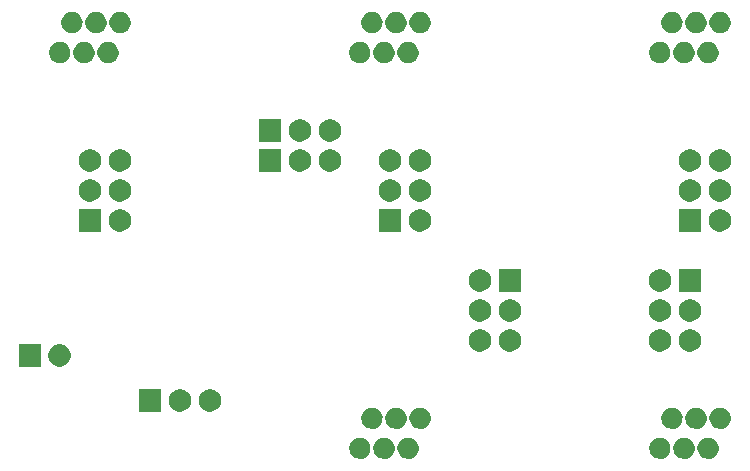
<source format=gbr>
G04 #@! TF.FileFunction,Soldermask,Bot*
%FSLAX46Y46*%
G04 Gerber Fmt 4.6, Leading zero omitted, Abs format (unit mm)*
G04 Created by KiCad (PCBNEW 4.0.4-stable) date 01/17/17 23:29:42*
%MOMM*%
%LPD*%
G01*
G04 APERTURE LIST*
%ADD10C,0.150000*%
G04 APERTURE END LIST*
D10*
G36*
X39724531Y-41250596D02*
X39897429Y-41286086D01*
X40060135Y-41354481D01*
X40206462Y-41453180D01*
X40330828Y-41578417D01*
X40428500Y-41725427D01*
X40495761Y-41888612D01*
X40529906Y-42061061D01*
X40529906Y-42061077D01*
X40530039Y-42061750D01*
X40527224Y-42263346D01*
X40527073Y-42264009D01*
X40527073Y-42264033D01*
X40488125Y-42435462D01*
X40416337Y-42596698D01*
X40314594Y-42740929D01*
X40186779Y-42862645D01*
X40037754Y-42957219D01*
X39873204Y-43021044D01*
X39699380Y-43051694D01*
X39522919Y-43047997D01*
X39350538Y-43010098D01*
X39188800Y-42939436D01*
X39043868Y-42838705D01*
X38921260Y-42711742D01*
X38825648Y-42563380D01*
X38760674Y-42399274D01*
X38728812Y-42225674D01*
X38731276Y-42049195D01*
X38767973Y-41876550D01*
X38837505Y-41714319D01*
X38937222Y-41568688D01*
X39063325Y-41445198D01*
X39211012Y-41348554D01*
X39374659Y-41282436D01*
X39548035Y-41249363D01*
X39724531Y-41250596D01*
X39724531Y-41250596D01*
G37*
G36*
X61044531Y-41250596D02*
X61217429Y-41286086D01*
X61380135Y-41354481D01*
X61526462Y-41453180D01*
X61650828Y-41578417D01*
X61748500Y-41725427D01*
X61815761Y-41888612D01*
X61849906Y-42061061D01*
X61849906Y-42061077D01*
X61850039Y-42061750D01*
X61847224Y-42263346D01*
X61847073Y-42264009D01*
X61847073Y-42264033D01*
X61808125Y-42435462D01*
X61736337Y-42596698D01*
X61634594Y-42740929D01*
X61506779Y-42862645D01*
X61357754Y-42957219D01*
X61193204Y-43021044D01*
X61019380Y-43051694D01*
X60842919Y-43047997D01*
X60670538Y-43010098D01*
X60508800Y-42939436D01*
X60363868Y-42838705D01*
X60241260Y-42711742D01*
X60145648Y-42563380D01*
X60080674Y-42399274D01*
X60048812Y-42225674D01*
X60051276Y-42049195D01*
X60087973Y-41876550D01*
X60157505Y-41714319D01*
X60257222Y-41568688D01*
X60383325Y-41445198D01*
X60531012Y-41348554D01*
X60694659Y-41282436D01*
X60868035Y-41249363D01*
X61044531Y-41250596D01*
X61044531Y-41250596D01*
G37*
G36*
X63084531Y-41250596D02*
X63257429Y-41286086D01*
X63420135Y-41354481D01*
X63566462Y-41453180D01*
X63690828Y-41578417D01*
X63788500Y-41725427D01*
X63855761Y-41888612D01*
X63889906Y-42061061D01*
X63889906Y-42061077D01*
X63890039Y-42061750D01*
X63887224Y-42263346D01*
X63887073Y-42264009D01*
X63887073Y-42264033D01*
X63848125Y-42435462D01*
X63776337Y-42596698D01*
X63674594Y-42740929D01*
X63546779Y-42862645D01*
X63397754Y-42957219D01*
X63233204Y-43021044D01*
X63059380Y-43051694D01*
X62882919Y-43047997D01*
X62710538Y-43010098D01*
X62548800Y-42939436D01*
X62403868Y-42838705D01*
X62281260Y-42711742D01*
X62185648Y-42563380D01*
X62120674Y-42399274D01*
X62088812Y-42225674D01*
X62091276Y-42049195D01*
X62127973Y-41876550D01*
X62197505Y-41714319D01*
X62297222Y-41568688D01*
X62423325Y-41445198D01*
X62571012Y-41348554D01*
X62734659Y-41282436D01*
X62908035Y-41249363D01*
X63084531Y-41250596D01*
X63084531Y-41250596D01*
G37*
G36*
X65124531Y-41250596D02*
X65297429Y-41286086D01*
X65460135Y-41354481D01*
X65606462Y-41453180D01*
X65730828Y-41578417D01*
X65828500Y-41725427D01*
X65895761Y-41888612D01*
X65929906Y-42061061D01*
X65929906Y-42061077D01*
X65930039Y-42061750D01*
X65927224Y-42263346D01*
X65927073Y-42264009D01*
X65927073Y-42264033D01*
X65888125Y-42435462D01*
X65816337Y-42596698D01*
X65714594Y-42740929D01*
X65586779Y-42862645D01*
X65437754Y-42957219D01*
X65273204Y-43021044D01*
X65099380Y-43051694D01*
X64922919Y-43047997D01*
X64750538Y-43010098D01*
X64588800Y-42939436D01*
X64443868Y-42838705D01*
X64321260Y-42711742D01*
X64225648Y-42563380D01*
X64160674Y-42399274D01*
X64128812Y-42225674D01*
X64131276Y-42049195D01*
X64167973Y-41876550D01*
X64237505Y-41714319D01*
X64337222Y-41568688D01*
X64463325Y-41445198D01*
X64611012Y-41348554D01*
X64774659Y-41282436D01*
X64948035Y-41249363D01*
X65124531Y-41250596D01*
X65124531Y-41250596D01*
G37*
G36*
X35644531Y-41250596D02*
X35817429Y-41286086D01*
X35980135Y-41354481D01*
X36126462Y-41453180D01*
X36250828Y-41578417D01*
X36348500Y-41725427D01*
X36415761Y-41888612D01*
X36449906Y-42061061D01*
X36449906Y-42061077D01*
X36450039Y-42061750D01*
X36447224Y-42263346D01*
X36447073Y-42264009D01*
X36447073Y-42264033D01*
X36408125Y-42435462D01*
X36336337Y-42596698D01*
X36234594Y-42740929D01*
X36106779Y-42862645D01*
X35957754Y-42957219D01*
X35793204Y-43021044D01*
X35619380Y-43051694D01*
X35442919Y-43047997D01*
X35270538Y-43010098D01*
X35108800Y-42939436D01*
X34963868Y-42838705D01*
X34841260Y-42711742D01*
X34745648Y-42563380D01*
X34680674Y-42399274D01*
X34648812Y-42225674D01*
X34651276Y-42049195D01*
X34687973Y-41876550D01*
X34757505Y-41714319D01*
X34857222Y-41568688D01*
X34983325Y-41445198D01*
X35131012Y-41348554D01*
X35294659Y-41282436D01*
X35468035Y-41249363D01*
X35644531Y-41250596D01*
X35644531Y-41250596D01*
G37*
G36*
X37684531Y-41250596D02*
X37857429Y-41286086D01*
X38020135Y-41354481D01*
X38166462Y-41453180D01*
X38290828Y-41578417D01*
X38388500Y-41725427D01*
X38455761Y-41888612D01*
X38489906Y-42061061D01*
X38489906Y-42061077D01*
X38490039Y-42061750D01*
X38487224Y-42263346D01*
X38487073Y-42264009D01*
X38487073Y-42264033D01*
X38448125Y-42435462D01*
X38376337Y-42596698D01*
X38274594Y-42740929D01*
X38146779Y-42862645D01*
X37997754Y-42957219D01*
X37833204Y-43021044D01*
X37659380Y-43051694D01*
X37482919Y-43047997D01*
X37310538Y-43010098D01*
X37148800Y-42939436D01*
X37003868Y-42838705D01*
X36881260Y-42711742D01*
X36785648Y-42563380D01*
X36720674Y-42399274D01*
X36688812Y-42225674D01*
X36691276Y-42049195D01*
X36727973Y-41876550D01*
X36797505Y-41714319D01*
X36897222Y-41568688D01*
X37023325Y-41445198D01*
X37171012Y-41348554D01*
X37334659Y-41282436D01*
X37508035Y-41249363D01*
X37684531Y-41250596D01*
X37684531Y-41250596D01*
G37*
G36*
X62064531Y-38710596D02*
X62237429Y-38746086D01*
X62400135Y-38814481D01*
X62546462Y-38913180D01*
X62670828Y-39038417D01*
X62768500Y-39185427D01*
X62835761Y-39348612D01*
X62869906Y-39521061D01*
X62869906Y-39521077D01*
X62870039Y-39521750D01*
X62867224Y-39723346D01*
X62867073Y-39724009D01*
X62867073Y-39724033D01*
X62828125Y-39895462D01*
X62756337Y-40056698D01*
X62654594Y-40200929D01*
X62526779Y-40322645D01*
X62377754Y-40417219D01*
X62213204Y-40481044D01*
X62039380Y-40511694D01*
X61862919Y-40507997D01*
X61690538Y-40470098D01*
X61528800Y-40399436D01*
X61383868Y-40298705D01*
X61261260Y-40171742D01*
X61165648Y-40023380D01*
X61100674Y-39859274D01*
X61068812Y-39685674D01*
X61071276Y-39509195D01*
X61107973Y-39336550D01*
X61177505Y-39174319D01*
X61277222Y-39028688D01*
X61403325Y-38905198D01*
X61551012Y-38808554D01*
X61714659Y-38742436D01*
X61888035Y-38709363D01*
X62064531Y-38710596D01*
X62064531Y-38710596D01*
G37*
G36*
X66144531Y-38710596D02*
X66317429Y-38746086D01*
X66480135Y-38814481D01*
X66626462Y-38913180D01*
X66750828Y-39038417D01*
X66848500Y-39185427D01*
X66915761Y-39348612D01*
X66949906Y-39521061D01*
X66949906Y-39521077D01*
X66950039Y-39521750D01*
X66947224Y-39723346D01*
X66947073Y-39724009D01*
X66947073Y-39724033D01*
X66908125Y-39895462D01*
X66836337Y-40056698D01*
X66734594Y-40200929D01*
X66606779Y-40322645D01*
X66457754Y-40417219D01*
X66293204Y-40481044D01*
X66119380Y-40511694D01*
X65942919Y-40507997D01*
X65770538Y-40470098D01*
X65608800Y-40399436D01*
X65463868Y-40298705D01*
X65341260Y-40171742D01*
X65245648Y-40023380D01*
X65180674Y-39859274D01*
X65148812Y-39685674D01*
X65151276Y-39509195D01*
X65187973Y-39336550D01*
X65257505Y-39174319D01*
X65357222Y-39028688D01*
X65483325Y-38905198D01*
X65631012Y-38808554D01*
X65794659Y-38742436D01*
X65968035Y-38709363D01*
X66144531Y-38710596D01*
X66144531Y-38710596D01*
G37*
G36*
X64104531Y-38710596D02*
X64277429Y-38746086D01*
X64440135Y-38814481D01*
X64586462Y-38913180D01*
X64710828Y-39038417D01*
X64808500Y-39185427D01*
X64875761Y-39348612D01*
X64909906Y-39521061D01*
X64909906Y-39521077D01*
X64910039Y-39521750D01*
X64907224Y-39723346D01*
X64907073Y-39724009D01*
X64907073Y-39724033D01*
X64868125Y-39895462D01*
X64796337Y-40056698D01*
X64694594Y-40200929D01*
X64566779Y-40322645D01*
X64417754Y-40417219D01*
X64253204Y-40481044D01*
X64079380Y-40511694D01*
X63902919Y-40507997D01*
X63730538Y-40470098D01*
X63568800Y-40399436D01*
X63423868Y-40298705D01*
X63301260Y-40171742D01*
X63205648Y-40023380D01*
X63140674Y-39859274D01*
X63108812Y-39685674D01*
X63111276Y-39509195D01*
X63147973Y-39336550D01*
X63217505Y-39174319D01*
X63317222Y-39028688D01*
X63443325Y-38905198D01*
X63591012Y-38808554D01*
X63754659Y-38742436D01*
X63928035Y-38709363D01*
X64104531Y-38710596D01*
X64104531Y-38710596D01*
G37*
G36*
X40744531Y-38710596D02*
X40917429Y-38746086D01*
X41080135Y-38814481D01*
X41226462Y-38913180D01*
X41350828Y-39038417D01*
X41448500Y-39185427D01*
X41515761Y-39348612D01*
X41549906Y-39521061D01*
X41549906Y-39521077D01*
X41550039Y-39521750D01*
X41547224Y-39723346D01*
X41547073Y-39724009D01*
X41547073Y-39724033D01*
X41508125Y-39895462D01*
X41436337Y-40056698D01*
X41334594Y-40200929D01*
X41206779Y-40322645D01*
X41057754Y-40417219D01*
X40893204Y-40481044D01*
X40719380Y-40511694D01*
X40542919Y-40507997D01*
X40370538Y-40470098D01*
X40208800Y-40399436D01*
X40063868Y-40298705D01*
X39941260Y-40171742D01*
X39845648Y-40023380D01*
X39780674Y-39859274D01*
X39748812Y-39685674D01*
X39751276Y-39509195D01*
X39787973Y-39336550D01*
X39857505Y-39174319D01*
X39957222Y-39028688D01*
X40083325Y-38905198D01*
X40231012Y-38808554D01*
X40394659Y-38742436D01*
X40568035Y-38709363D01*
X40744531Y-38710596D01*
X40744531Y-38710596D01*
G37*
G36*
X38704531Y-38710596D02*
X38877429Y-38746086D01*
X39040135Y-38814481D01*
X39186462Y-38913180D01*
X39310828Y-39038417D01*
X39408500Y-39185427D01*
X39475761Y-39348612D01*
X39509906Y-39521061D01*
X39509906Y-39521077D01*
X39510039Y-39521750D01*
X39507224Y-39723346D01*
X39507073Y-39724009D01*
X39507073Y-39724033D01*
X39468125Y-39895462D01*
X39396337Y-40056698D01*
X39294594Y-40200929D01*
X39166779Y-40322645D01*
X39017754Y-40417219D01*
X38853204Y-40481044D01*
X38679380Y-40511694D01*
X38502919Y-40507997D01*
X38330538Y-40470098D01*
X38168800Y-40399436D01*
X38023868Y-40298705D01*
X37901260Y-40171742D01*
X37805648Y-40023380D01*
X37740674Y-39859274D01*
X37708812Y-39685674D01*
X37711276Y-39509195D01*
X37747973Y-39336550D01*
X37817505Y-39174319D01*
X37917222Y-39028688D01*
X38043325Y-38905198D01*
X38191012Y-38808554D01*
X38354659Y-38742436D01*
X38528035Y-38709363D01*
X38704531Y-38710596D01*
X38704531Y-38710596D01*
G37*
G36*
X36664531Y-38710596D02*
X36837429Y-38746086D01*
X37000135Y-38814481D01*
X37146462Y-38913180D01*
X37270828Y-39038417D01*
X37368500Y-39185427D01*
X37435761Y-39348612D01*
X37469906Y-39521061D01*
X37469906Y-39521077D01*
X37470039Y-39521750D01*
X37467224Y-39723346D01*
X37467073Y-39724009D01*
X37467073Y-39724033D01*
X37428125Y-39895462D01*
X37356337Y-40056698D01*
X37254594Y-40200929D01*
X37126779Y-40322645D01*
X36977754Y-40417219D01*
X36813204Y-40481044D01*
X36639380Y-40511694D01*
X36462919Y-40507997D01*
X36290538Y-40470098D01*
X36128800Y-40399436D01*
X35983868Y-40298705D01*
X35861260Y-40171742D01*
X35765648Y-40023380D01*
X35700674Y-39859274D01*
X35668812Y-39685674D01*
X35671276Y-39509195D01*
X35707973Y-39336550D01*
X35777505Y-39174319D01*
X35877222Y-39028688D01*
X36003325Y-38905198D01*
X36151012Y-38808554D01*
X36314659Y-38742436D01*
X36488035Y-38709363D01*
X36664531Y-38710596D01*
X36664531Y-38710596D01*
G37*
G36*
X22959783Y-37150629D02*
X23142286Y-37188091D01*
X23314031Y-37260286D01*
X23468488Y-37364468D01*
X23599763Y-37496663D01*
X23702862Y-37651839D01*
X23773859Y-37824090D01*
X23809909Y-38006158D01*
X23809909Y-38006180D01*
X23810041Y-38006848D01*
X23807070Y-38219643D01*
X23806918Y-38220311D01*
X23806918Y-38220330D01*
X23765798Y-38401319D01*
X23690020Y-38571521D01*
X23582630Y-38723755D01*
X23447711Y-38852236D01*
X23290408Y-38952064D01*
X23116712Y-39019437D01*
X22933236Y-39051788D01*
X22746970Y-39047886D01*
X22565013Y-39007881D01*
X22394289Y-38933293D01*
X22241305Y-38826967D01*
X22111886Y-38692949D01*
X22010963Y-38536346D01*
X21942377Y-38363121D01*
X21908746Y-38179878D01*
X21911347Y-37993594D01*
X21950083Y-37811358D01*
X22023477Y-37640115D01*
X22128734Y-37486393D01*
X22261843Y-37356042D01*
X22417737Y-37254028D01*
X22590472Y-37184238D01*
X22773481Y-37149327D01*
X22959783Y-37150629D01*
X22959783Y-37150629D01*
G37*
G36*
X20419783Y-37150629D02*
X20602286Y-37188091D01*
X20774031Y-37260286D01*
X20928488Y-37364468D01*
X21059763Y-37496663D01*
X21162862Y-37651839D01*
X21233859Y-37824090D01*
X21269909Y-38006158D01*
X21269909Y-38006180D01*
X21270041Y-38006848D01*
X21267070Y-38219643D01*
X21266918Y-38220311D01*
X21266918Y-38220330D01*
X21225798Y-38401319D01*
X21150020Y-38571521D01*
X21042630Y-38723755D01*
X20907711Y-38852236D01*
X20750408Y-38952064D01*
X20576712Y-39019437D01*
X20393236Y-39051788D01*
X20206970Y-39047886D01*
X20025013Y-39007881D01*
X19854289Y-38933293D01*
X19701305Y-38826967D01*
X19571886Y-38692949D01*
X19470963Y-38536346D01*
X19402377Y-38363121D01*
X19368746Y-38179878D01*
X19371347Y-37993594D01*
X19410083Y-37811358D01*
X19483477Y-37640115D01*
X19588734Y-37486393D01*
X19721843Y-37356042D01*
X19877737Y-37254028D01*
X20050472Y-37184238D01*
X20233481Y-37149327D01*
X20419783Y-37150629D01*
X20419783Y-37150629D01*
G37*
G36*
X18730000Y-39050000D02*
X16830000Y-39050000D01*
X16830000Y-37150000D01*
X18730000Y-37150000D01*
X18730000Y-39050000D01*
X18730000Y-39050000D01*
G37*
G36*
X10219783Y-33340629D02*
X10402286Y-33378091D01*
X10574031Y-33450286D01*
X10728488Y-33554468D01*
X10859763Y-33686663D01*
X10962862Y-33841839D01*
X11033859Y-34014090D01*
X11069909Y-34196158D01*
X11069909Y-34196180D01*
X11070041Y-34196848D01*
X11067070Y-34409643D01*
X11066918Y-34410311D01*
X11066918Y-34410330D01*
X11025798Y-34591319D01*
X10950020Y-34761521D01*
X10842630Y-34913755D01*
X10707711Y-35042236D01*
X10550408Y-35142064D01*
X10376712Y-35209437D01*
X10193236Y-35241788D01*
X10006970Y-35237886D01*
X9825013Y-35197881D01*
X9654289Y-35123293D01*
X9501305Y-35016967D01*
X9371886Y-34882949D01*
X9270963Y-34726346D01*
X9202377Y-34553121D01*
X9168746Y-34369878D01*
X9171347Y-34183594D01*
X9210083Y-34001358D01*
X9283477Y-33830115D01*
X9388734Y-33676393D01*
X9521843Y-33546042D01*
X9677737Y-33444028D01*
X9850472Y-33374238D01*
X10033481Y-33339327D01*
X10219783Y-33340629D01*
X10219783Y-33340629D01*
G37*
G36*
X8570000Y-35240000D02*
X6670000Y-35240000D01*
X6670000Y-33340000D01*
X8570000Y-33340000D01*
X8570000Y-35240000D01*
X8570000Y-35240000D01*
G37*
G36*
X48359783Y-32070629D02*
X48542286Y-32108091D01*
X48714031Y-32180286D01*
X48868488Y-32284468D01*
X48999763Y-32416663D01*
X49102862Y-32571839D01*
X49173859Y-32744090D01*
X49209909Y-32926158D01*
X49209909Y-32926180D01*
X49210041Y-32926848D01*
X49207070Y-33139643D01*
X49206918Y-33140311D01*
X49206918Y-33140330D01*
X49165798Y-33321319D01*
X49090020Y-33491521D01*
X48982630Y-33643755D01*
X48847711Y-33772236D01*
X48690408Y-33872064D01*
X48516712Y-33939437D01*
X48333236Y-33971788D01*
X48146970Y-33967886D01*
X47965013Y-33927881D01*
X47794289Y-33853293D01*
X47641305Y-33746967D01*
X47511886Y-33612949D01*
X47410963Y-33456346D01*
X47342377Y-33283121D01*
X47308746Y-33099878D01*
X47311347Y-32913594D01*
X47350083Y-32731358D01*
X47423477Y-32560115D01*
X47528734Y-32406393D01*
X47661843Y-32276042D01*
X47817737Y-32174028D01*
X47990472Y-32104238D01*
X48173481Y-32069327D01*
X48359783Y-32070629D01*
X48359783Y-32070629D01*
G37*
G36*
X45819783Y-32070629D02*
X46002286Y-32108091D01*
X46174031Y-32180286D01*
X46328488Y-32284468D01*
X46459763Y-32416663D01*
X46562862Y-32571839D01*
X46633859Y-32744090D01*
X46669909Y-32926158D01*
X46669909Y-32926180D01*
X46670041Y-32926848D01*
X46667070Y-33139643D01*
X46666918Y-33140311D01*
X46666918Y-33140330D01*
X46625798Y-33321319D01*
X46550020Y-33491521D01*
X46442630Y-33643755D01*
X46307711Y-33772236D01*
X46150408Y-33872064D01*
X45976712Y-33939437D01*
X45793236Y-33971788D01*
X45606970Y-33967886D01*
X45425013Y-33927881D01*
X45254289Y-33853293D01*
X45101305Y-33746967D01*
X44971886Y-33612949D01*
X44870963Y-33456346D01*
X44802377Y-33283121D01*
X44768746Y-33099878D01*
X44771347Y-32913594D01*
X44810083Y-32731358D01*
X44883477Y-32560115D01*
X44988734Y-32406393D01*
X45121843Y-32276042D01*
X45277737Y-32174028D01*
X45450472Y-32104238D01*
X45633481Y-32069327D01*
X45819783Y-32070629D01*
X45819783Y-32070629D01*
G37*
G36*
X61059783Y-32070629D02*
X61242286Y-32108091D01*
X61414031Y-32180286D01*
X61568488Y-32284468D01*
X61699763Y-32416663D01*
X61802862Y-32571839D01*
X61873859Y-32744090D01*
X61909909Y-32926158D01*
X61909909Y-32926180D01*
X61910041Y-32926848D01*
X61907070Y-33139643D01*
X61906918Y-33140311D01*
X61906918Y-33140330D01*
X61865798Y-33321319D01*
X61790020Y-33491521D01*
X61682630Y-33643755D01*
X61547711Y-33772236D01*
X61390408Y-33872064D01*
X61216712Y-33939437D01*
X61033236Y-33971788D01*
X60846970Y-33967886D01*
X60665013Y-33927881D01*
X60494289Y-33853293D01*
X60341305Y-33746967D01*
X60211886Y-33612949D01*
X60110963Y-33456346D01*
X60042377Y-33283121D01*
X60008746Y-33099878D01*
X60011347Y-32913594D01*
X60050083Y-32731358D01*
X60123477Y-32560115D01*
X60228734Y-32406393D01*
X60361843Y-32276042D01*
X60517737Y-32174028D01*
X60690472Y-32104238D01*
X60873481Y-32069327D01*
X61059783Y-32070629D01*
X61059783Y-32070629D01*
G37*
G36*
X63599783Y-32070629D02*
X63782286Y-32108091D01*
X63954031Y-32180286D01*
X64108488Y-32284468D01*
X64239763Y-32416663D01*
X64342862Y-32571839D01*
X64413859Y-32744090D01*
X64449909Y-32926158D01*
X64449909Y-32926180D01*
X64450041Y-32926848D01*
X64447070Y-33139643D01*
X64446918Y-33140311D01*
X64446918Y-33140330D01*
X64405798Y-33321319D01*
X64330020Y-33491521D01*
X64222630Y-33643755D01*
X64087711Y-33772236D01*
X63930408Y-33872064D01*
X63756712Y-33939437D01*
X63573236Y-33971788D01*
X63386970Y-33967886D01*
X63205013Y-33927881D01*
X63034289Y-33853293D01*
X62881305Y-33746967D01*
X62751886Y-33612949D01*
X62650963Y-33456346D01*
X62582377Y-33283121D01*
X62548746Y-33099878D01*
X62551347Y-32913594D01*
X62590083Y-32731358D01*
X62663477Y-32560115D01*
X62768734Y-32406393D01*
X62901843Y-32276042D01*
X63057737Y-32174028D01*
X63230472Y-32104238D01*
X63413481Y-32069327D01*
X63599783Y-32070629D01*
X63599783Y-32070629D01*
G37*
G36*
X45819783Y-29530629D02*
X46002286Y-29568091D01*
X46174031Y-29640286D01*
X46328488Y-29744468D01*
X46459763Y-29876663D01*
X46562862Y-30031839D01*
X46633859Y-30204090D01*
X46669909Y-30386158D01*
X46669909Y-30386180D01*
X46670041Y-30386848D01*
X46667070Y-30599643D01*
X46666918Y-30600311D01*
X46666918Y-30600330D01*
X46625798Y-30781319D01*
X46550020Y-30951521D01*
X46442630Y-31103755D01*
X46307711Y-31232236D01*
X46150408Y-31332064D01*
X45976712Y-31399437D01*
X45793236Y-31431788D01*
X45606970Y-31427886D01*
X45425013Y-31387881D01*
X45254289Y-31313293D01*
X45101305Y-31206967D01*
X44971886Y-31072949D01*
X44870963Y-30916346D01*
X44802377Y-30743121D01*
X44768746Y-30559878D01*
X44771347Y-30373594D01*
X44810083Y-30191358D01*
X44883477Y-30020115D01*
X44988734Y-29866393D01*
X45121843Y-29736042D01*
X45277737Y-29634028D01*
X45450472Y-29564238D01*
X45633481Y-29529327D01*
X45819783Y-29530629D01*
X45819783Y-29530629D01*
G37*
G36*
X48359783Y-29530629D02*
X48542286Y-29568091D01*
X48714031Y-29640286D01*
X48868488Y-29744468D01*
X48999763Y-29876663D01*
X49102862Y-30031839D01*
X49173859Y-30204090D01*
X49209909Y-30386158D01*
X49209909Y-30386180D01*
X49210041Y-30386848D01*
X49207070Y-30599643D01*
X49206918Y-30600311D01*
X49206918Y-30600330D01*
X49165798Y-30781319D01*
X49090020Y-30951521D01*
X48982630Y-31103755D01*
X48847711Y-31232236D01*
X48690408Y-31332064D01*
X48516712Y-31399437D01*
X48333236Y-31431788D01*
X48146970Y-31427886D01*
X47965013Y-31387881D01*
X47794289Y-31313293D01*
X47641305Y-31206967D01*
X47511886Y-31072949D01*
X47410963Y-30916346D01*
X47342377Y-30743121D01*
X47308746Y-30559878D01*
X47311347Y-30373594D01*
X47350083Y-30191358D01*
X47423477Y-30020115D01*
X47528734Y-29866393D01*
X47661843Y-29736042D01*
X47817737Y-29634028D01*
X47990472Y-29564238D01*
X48173481Y-29529327D01*
X48359783Y-29530629D01*
X48359783Y-29530629D01*
G37*
G36*
X61059783Y-29530629D02*
X61242286Y-29568091D01*
X61414031Y-29640286D01*
X61568488Y-29744468D01*
X61699763Y-29876663D01*
X61802862Y-30031839D01*
X61873859Y-30204090D01*
X61909909Y-30386158D01*
X61909909Y-30386180D01*
X61910041Y-30386848D01*
X61907070Y-30599643D01*
X61906918Y-30600311D01*
X61906918Y-30600330D01*
X61865798Y-30781319D01*
X61790020Y-30951521D01*
X61682630Y-31103755D01*
X61547711Y-31232236D01*
X61390408Y-31332064D01*
X61216712Y-31399437D01*
X61033236Y-31431788D01*
X60846970Y-31427886D01*
X60665013Y-31387881D01*
X60494289Y-31313293D01*
X60341305Y-31206967D01*
X60211886Y-31072949D01*
X60110963Y-30916346D01*
X60042377Y-30743121D01*
X60008746Y-30559878D01*
X60011347Y-30373594D01*
X60050083Y-30191358D01*
X60123477Y-30020115D01*
X60228734Y-29866393D01*
X60361843Y-29736042D01*
X60517737Y-29634028D01*
X60690472Y-29564238D01*
X60873481Y-29529327D01*
X61059783Y-29530629D01*
X61059783Y-29530629D01*
G37*
G36*
X63599783Y-29530629D02*
X63782286Y-29568091D01*
X63954031Y-29640286D01*
X64108488Y-29744468D01*
X64239763Y-29876663D01*
X64342862Y-30031839D01*
X64413859Y-30204090D01*
X64449909Y-30386158D01*
X64449909Y-30386180D01*
X64450041Y-30386848D01*
X64447070Y-30599643D01*
X64446918Y-30600311D01*
X64446918Y-30600330D01*
X64405798Y-30781319D01*
X64330020Y-30951521D01*
X64222630Y-31103755D01*
X64087711Y-31232236D01*
X63930408Y-31332064D01*
X63756712Y-31399437D01*
X63573236Y-31431788D01*
X63386970Y-31427886D01*
X63205013Y-31387881D01*
X63034289Y-31313293D01*
X62881305Y-31206967D01*
X62751886Y-31072949D01*
X62650963Y-30916346D01*
X62582377Y-30743121D01*
X62548746Y-30559878D01*
X62551347Y-30373594D01*
X62590083Y-30191358D01*
X62663477Y-30020115D01*
X62768734Y-29866393D01*
X62901843Y-29736042D01*
X63057737Y-29634028D01*
X63230472Y-29564238D01*
X63413481Y-29529327D01*
X63599783Y-29530629D01*
X63599783Y-29530629D01*
G37*
G36*
X61059783Y-26990629D02*
X61242286Y-27028091D01*
X61414031Y-27100286D01*
X61568488Y-27204468D01*
X61699763Y-27336663D01*
X61802862Y-27491839D01*
X61873859Y-27664090D01*
X61909909Y-27846158D01*
X61909909Y-27846180D01*
X61910041Y-27846848D01*
X61907070Y-28059643D01*
X61906918Y-28060311D01*
X61906918Y-28060330D01*
X61865798Y-28241319D01*
X61790020Y-28411521D01*
X61682630Y-28563755D01*
X61547711Y-28692236D01*
X61390408Y-28792064D01*
X61216712Y-28859437D01*
X61033236Y-28891788D01*
X60846970Y-28887886D01*
X60665013Y-28847881D01*
X60494289Y-28773293D01*
X60341305Y-28666967D01*
X60211886Y-28532949D01*
X60110963Y-28376346D01*
X60042377Y-28203121D01*
X60008746Y-28019878D01*
X60011347Y-27833594D01*
X60050083Y-27651358D01*
X60123477Y-27480115D01*
X60228734Y-27326393D01*
X60361843Y-27196042D01*
X60517737Y-27094028D01*
X60690472Y-27024238D01*
X60873481Y-26989327D01*
X61059783Y-26990629D01*
X61059783Y-26990629D01*
G37*
G36*
X45819783Y-26990629D02*
X46002286Y-27028091D01*
X46174031Y-27100286D01*
X46328488Y-27204468D01*
X46459763Y-27336663D01*
X46562862Y-27491839D01*
X46633859Y-27664090D01*
X46669909Y-27846158D01*
X46669909Y-27846180D01*
X46670041Y-27846848D01*
X46667070Y-28059643D01*
X46666918Y-28060311D01*
X46666918Y-28060330D01*
X46625798Y-28241319D01*
X46550020Y-28411521D01*
X46442630Y-28563755D01*
X46307711Y-28692236D01*
X46150408Y-28792064D01*
X45976712Y-28859437D01*
X45793236Y-28891788D01*
X45606970Y-28887886D01*
X45425013Y-28847881D01*
X45254289Y-28773293D01*
X45101305Y-28666967D01*
X44971886Y-28532949D01*
X44870963Y-28376346D01*
X44802377Y-28203121D01*
X44768746Y-28019878D01*
X44771347Y-27833594D01*
X44810083Y-27651358D01*
X44883477Y-27480115D01*
X44988734Y-27326393D01*
X45121843Y-27196042D01*
X45277737Y-27094028D01*
X45450472Y-27024238D01*
X45633481Y-26989327D01*
X45819783Y-26990629D01*
X45819783Y-26990629D01*
G37*
G36*
X64450000Y-28890000D02*
X62550000Y-28890000D01*
X62550000Y-26990000D01*
X64450000Y-26990000D01*
X64450000Y-28890000D01*
X64450000Y-28890000D01*
G37*
G36*
X49210000Y-28890000D02*
X47310000Y-28890000D01*
X47310000Y-26990000D01*
X49210000Y-26990000D01*
X49210000Y-28890000D01*
X49210000Y-28890000D01*
G37*
G36*
X15339783Y-21910629D02*
X15522286Y-21948091D01*
X15694031Y-22020286D01*
X15848488Y-22124468D01*
X15979763Y-22256663D01*
X16082862Y-22411839D01*
X16153859Y-22584090D01*
X16189909Y-22766158D01*
X16189909Y-22766180D01*
X16190041Y-22766848D01*
X16187070Y-22979643D01*
X16186918Y-22980311D01*
X16186918Y-22980330D01*
X16145798Y-23161319D01*
X16070020Y-23331521D01*
X15962630Y-23483755D01*
X15827711Y-23612236D01*
X15670408Y-23712064D01*
X15496712Y-23779437D01*
X15313236Y-23811788D01*
X15126970Y-23807886D01*
X14945013Y-23767881D01*
X14774289Y-23693293D01*
X14621305Y-23586967D01*
X14491886Y-23452949D01*
X14390963Y-23296346D01*
X14322377Y-23123121D01*
X14288746Y-22939878D01*
X14291347Y-22753594D01*
X14330083Y-22571358D01*
X14403477Y-22400115D01*
X14508734Y-22246393D01*
X14641843Y-22116042D01*
X14797737Y-22014028D01*
X14970472Y-21944238D01*
X15153481Y-21909327D01*
X15339783Y-21910629D01*
X15339783Y-21910629D01*
G37*
G36*
X40739783Y-21910629D02*
X40922286Y-21948091D01*
X41094031Y-22020286D01*
X41248488Y-22124468D01*
X41379763Y-22256663D01*
X41482862Y-22411839D01*
X41553859Y-22584090D01*
X41589909Y-22766158D01*
X41589909Y-22766180D01*
X41590041Y-22766848D01*
X41587070Y-22979643D01*
X41586918Y-22980311D01*
X41586918Y-22980330D01*
X41545798Y-23161319D01*
X41470020Y-23331521D01*
X41362630Y-23483755D01*
X41227711Y-23612236D01*
X41070408Y-23712064D01*
X40896712Y-23779437D01*
X40713236Y-23811788D01*
X40526970Y-23807886D01*
X40345013Y-23767881D01*
X40174289Y-23693293D01*
X40021305Y-23586967D01*
X39891886Y-23452949D01*
X39790963Y-23296346D01*
X39722377Y-23123121D01*
X39688746Y-22939878D01*
X39691347Y-22753594D01*
X39730083Y-22571358D01*
X39803477Y-22400115D01*
X39908734Y-22246393D01*
X40041843Y-22116042D01*
X40197737Y-22014028D01*
X40370472Y-21944238D01*
X40553481Y-21909327D01*
X40739783Y-21910629D01*
X40739783Y-21910629D01*
G37*
G36*
X66139783Y-21910629D02*
X66322286Y-21948091D01*
X66494031Y-22020286D01*
X66648488Y-22124468D01*
X66779763Y-22256663D01*
X66882862Y-22411839D01*
X66953859Y-22584090D01*
X66989909Y-22766158D01*
X66989909Y-22766180D01*
X66990041Y-22766848D01*
X66987070Y-22979643D01*
X66986918Y-22980311D01*
X66986918Y-22980330D01*
X66945798Y-23161319D01*
X66870020Y-23331521D01*
X66762630Y-23483755D01*
X66627711Y-23612236D01*
X66470408Y-23712064D01*
X66296712Y-23779437D01*
X66113236Y-23811788D01*
X65926970Y-23807886D01*
X65745013Y-23767881D01*
X65574289Y-23693293D01*
X65421305Y-23586967D01*
X65291886Y-23452949D01*
X65190963Y-23296346D01*
X65122377Y-23123121D01*
X65088746Y-22939878D01*
X65091347Y-22753594D01*
X65130083Y-22571358D01*
X65203477Y-22400115D01*
X65308734Y-22246393D01*
X65441843Y-22116042D01*
X65597737Y-22014028D01*
X65770472Y-21944238D01*
X65953481Y-21909327D01*
X66139783Y-21910629D01*
X66139783Y-21910629D01*
G37*
G36*
X64450000Y-23810000D02*
X62550000Y-23810000D01*
X62550000Y-21910000D01*
X64450000Y-21910000D01*
X64450000Y-23810000D01*
X64450000Y-23810000D01*
G37*
G36*
X13650000Y-23810000D02*
X11750000Y-23810000D01*
X11750000Y-21910000D01*
X13650000Y-21910000D01*
X13650000Y-23810000D01*
X13650000Y-23810000D01*
G37*
G36*
X39050000Y-23810000D02*
X37150000Y-23810000D01*
X37150000Y-21910000D01*
X39050000Y-21910000D01*
X39050000Y-23810000D01*
X39050000Y-23810000D01*
G37*
G36*
X12799783Y-19370629D02*
X12982286Y-19408091D01*
X13154031Y-19480286D01*
X13308488Y-19584468D01*
X13439763Y-19716663D01*
X13542862Y-19871839D01*
X13613859Y-20044090D01*
X13649909Y-20226158D01*
X13649909Y-20226180D01*
X13650041Y-20226848D01*
X13647070Y-20439643D01*
X13646918Y-20440311D01*
X13646918Y-20440330D01*
X13605798Y-20621319D01*
X13530020Y-20791521D01*
X13422630Y-20943755D01*
X13287711Y-21072236D01*
X13130408Y-21172064D01*
X12956712Y-21239437D01*
X12773236Y-21271788D01*
X12586970Y-21267886D01*
X12405013Y-21227881D01*
X12234289Y-21153293D01*
X12081305Y-21046967D01*
X11951886Y-20912949D01*
X11850963Y-20756346D01*
X11782377Y-20583121D01*
X11748746Y-20399878D01*
X11751347Y-20213594D01*
X11790083Y-20031358D01*
X11863477Y-19860115D01*
X11968734Y-19706393D01*
X12101843Y-19576042D01*
X12257737Y-19474028D01*
X12430472Y-19404238D01*
X12613481Y-19369327D01*
X12799783Y-19370629D01*
X12799783Y-19370629D01*
G37*
G36*
X38199783Y-19370629D02*
X38382286Y-19408091D01*
X38554031Y-19480286D01*
X38708488Y-19584468D01*
X38839763Y-19716663D01*
X38942862Y-19871839D01*
X39013859Y-20044090D01*
X39049909Y-20226158D01*
X39049909Y-20226180D01*
X39050041Y-20226848D01*
X39047070Y-20439643D01*
X39046918Y-20440311D01*
X39046918Y-20440330D01*
X39005798Y-20621319D01*
X38930020Y-20791521D01*
X38822630Y-20943755D01*
X38687711Y-21072236D01*
X38530408Y-21172064D01*
X38356712Y-21239437D01*
X38173236Y-21271788D01*
X37986970Y-21267886D01*
X37805013Y-21227881D01*
X37634289Y-21153293D01*
X37481305Y-21046967D01*
X37351886Y-20912949D01*
X37250963Y-20756346D01*
X37182377Y-20583121D01*
X37148746Y-20399878D01*
X37151347Y-20213594D01*
X37190083Y-20031358D01*
X37263477Y-19860115D01*
X37368734Y-19706393D01*
X37501843Y-19576042D01*
X37657737Y-19474028D01*
X37830472Y-19404238D01*
X38013481Y-19369327D01*
X38199783Y-19370629D01*
X38199783Y-19370629D01*
G37*
G36*
X40739783Y-19370629D02*
X40922286Y-19408091D01*
X41094031Y-19480286D01*
X41248488Y-19584468D01*
X41379763Y-19716663D01*
X41482862Y-19871839D01*
X41553859Y-20044090D01*
X41589909Y-20226158D01*
X41589909Y-20226180D01*
X41590041Y-20226848D01*
X41587070Y-20439643D01*
X41586918Y-20440311D01*
X41586918Y-20440330D01*
X41545798Y-20621319D01*
X41470020Y-20791521D01*
X41362630Y-20943755D01*
X41227711Y-21072236D01*
X41070408Y-21172064D01*
X40896712Y-21239437D01*
X40713236Y-21271788D01*
X40526970Y-21267886D01*
X40345013Y-21227881D01*
X40174289Y-21153293D01*
X40021305Y-21046967D01*
X39891886Y-20912949D01*
X39790963Y-20756346D01*
X39722377Y-20583121D01*
X39688746Y-20399878D01*
X39691347Y-20213594D01*
X39730083Y-20031358D01*
X39803477Y-19860115D01*
X39908734Y-19706393D01*
X40041843Y-19576042D01*
X40197737Y-19474028D01*
X40370472Y-19404238D01*
X40553481Y-19369327D01*
X40739783Y-19370629D01*
X40739783Y-19370629D01*
G37*
G36*
X63599783Y-19370629D02*
X63782286Y-19408091D01*
X63954031Y-19480286D01*
X64108488Y-19584468D01*
X64239763Y-19716663D01*
X64342862Y-19871839D01*
X64413859Y-20044090D01*
X64449909Y-20226158D01*
X64449909Y-20226180D01*
X64450041Y-20226848D01*
X64447070Y-20439643D01*
X64446918Y-20440311D01*
X64446918Y-20440330D01*
X64405798Y-20621319D01*
X64330020Y-20791521D01*
X64222630Y-20943755D01*
X64087711Y-21072236D01*
X63930408Y-21172064D01*
X63756712Y-21239437D01*
X63573236Y-21271788D01*
X63386970Y-21267886D01*
X63205013Y-21227881D01*
X63034289Y-21153293D01*
X62881305Y-21046967D01*
X62751886Y-20912949D01*
X62650963Y-20756346D01*
X62582377Y-20583121D01*
X62548746Y-20399878D01*
X62551347Y-20213594D01*
X62590083Y-20031358D01*
X62663477Y-19860115D01*
X62768734Y-19706393D01*
X62901843Y-19576042D01*
X63057737Y-19474028D01*
X63230472Y-19404238D01*
X63413481Y-19369327D01*
X63599783Y-19370629D01*
X63599783Y-19370629D01*
G37*
G36*
X66139783Y-19370629D02*
X66322286Y-19408091D01*
X66494031Y-19480286D01*
X66648488Y-19584468D01*
X66779763Y-19716663D01*
X66882862Y-19871839D01*
X66953859Y-20044090D01*
X66989909Y-20226158D01*
X66989909Y-20226180D01*
X66990041Y-20226848D01*
X66987070Y-20439643D01*
X66986918Y-20440311D01*
X66986918Y-20440330D01*
X66945798Y-20621319D01*
X66870020Y-20791521D01*
X66762630Y-20943755D01*
X66627711Y-21072236D01*
X66470408Y-21172064D01*
X66296712Y-21239437D01*
X66113236Y-21271788D01*
X65926970Y-21267886D01*
X65745013Y-21227881D01*
X65574289Y-21153293D01*
X65421305Y-21046967D01*
X65291886Y-20912949D01*
X65190963Y-20756346D01*
X65122377Y-20583121D01*
X65088746Y-20399878D01*
X65091347Y-20213594D01*
X65130083Y-20031358D01*
X65203477Y-19860115D01*
X65308734Y-19706393D01*
X65441843Y-19576042D01*
X65597737Y-19474028D01*
X65770472Y-19404238D01*
X65953481Y-19369327D01*
X66139783Y-19370629D01*
X66139783Y-19370629D01*
G37*
G36*
X15339783Y-19370629D02*
X15522286Y-19408091D01*
X15694031Y-19480286D01*
X15848488Y-19584468D01*
X15979763Y-19716663D01*
X16082862Y-19871839D01*
X16153859Y-20044090D01*
X16189909Y-20226158D01*
X16189909Y-20226180D01*
X16190041Y-20226848D01*
X16187070Y-20439643D01*
X16186918Y-20440311D01*
X16186918Y-20440330D01*
X16145798Y-20621319D01*
X16070020Y-20791521D01*
X15962630Y-20943755D01*
X15827711Y-21072236D01*
X15670408Y-21172064D01*
X15496712Y-21239437D01*
X15313236Y-21271788D01*
X15126970Y-21267886D01*
X14945013Y-21227881D01*
X14774289Y-21153293D01*
X14621305Y-21046967D01*
X14491886Y-20912949D01*
X14390963Y-20756346D01*
X14322377Y-20583121D01*
X14288746Y-20399878D01*
X14291347Y-20213594D01*
X14330083Y-20031358D01*
X14403477Y-19860115D01*
X14508734Y-19706393D01*
X14641843Y-19576042D01*
X14797737Y-19474028D01*
X14970472Y-19404238D01*
X15153481Y-19369327D01*
X15339783Y-19370629D01*
X15339783Y-19370629D01*
G37*
G36*
X66139783Y-16830629D02*
X66322286Y-16868091D01*
X66494031Y-16940286D01*
X66648488Y-17044468D01*
X66779763Y-17176663D01*
X66882862Y-17331839D01*
X66953859Y-17504090D01*
X66989909Y-17686158D01*
X66989909Y-17686180D01*
X66990041Y-17686848D01*
X66987070Y-17899643D01*
X66986918Y-17900311D01*
X66986918Y-17900330D01*
X66945798Y-18081319D01*
X66870020Y-18251521D01*
X66762630Y-18403755D01*
X66627711Y-18532236D01*
X66470408Y-18632064D01*
X66296712Y-18699437D01*
X66113236Y-18731788D01*
X65926970Y-18727886D01*
X65745013Y-18687881D01*
X65574289Y-18613293D01*
X65421305Y-18506967D01*
X65291886Y-18372949D01*
X65190963Y-18216346D01*
X65122377Y-18043121D01*
X65088746Y-17859878D01*
X65091347Y-17673594D01*
X65130083Y-17491358D01*
X65203477Y-17320115D01*
X65308734Y-17166393D01*
X65441843Y-17036042D01*
X65597737Y-16934028D01*
X65770472Y-16864238D01*
X65953481Y-16829327D01*
X66139783Y-16830629D01*
X66139783Y-16830629D01*
G37*
G36*
X63599783Y-16830629D02*
X63782286Y-16868091D01*
X63954031Y-16940286D01*
X64108488Y-17044468D01*
X64239763Y-17176663D01*
X64342862Y-17331839D01*
X64413859Y-17504090D01*
X64449909Y-17686158D01*
X64449909Y-17686180D01*
X64450041Y-17686848D01*
X64447070Y-17899643D01*
X64446918Y-17900311D01*
X64446918Y-17900330D01*
X64405798Y-18081319D01*
X64330020Y-18251521D01*
X64222630Y-18403755D01*
X64087711Y-18532236D01*
X63930408Y-18632064D01*
X63756712Y-18699437D01*
X63573236Y-18731788D01*
X63386970Y-18727886D01*
X63205013Y-18687881D01*
X63034289Y-18613293D01*
X62881305Y-18506967D01*
X62751886Y-18372949D01*
X62650963Y-18216346D01*
X62582377Y-18043121D01*
X62548746Y-17859878D01*
X62551347Y-17673594D01*
X62590083Y-17491358D01*
X62663477Y-17320115D01*
X62768734Y-17166393D01*
X62901843Y-17036042D01*
X63057737Y-16934028D01*
X63230472Y-16864238D01*
X63413481Y-16829327D01*
X63599783Y-16830629D01*
X63599783Y-16830629D01*
G37*
G36*
X40739783Y-16830629D02*
X40922286Y-16868091D01*
X41094031Y-16940286D01*
X41248488Y-17044468D01*
X41379763Y-17176663D01*
X41482862Y-17331839D01*
X41553859Y-17504090D01*
X41589909Y-17686158D01*
X41589909Y-17686180D01*
X41590041Y-17686848D01*
X41587070Y-17899643D01*
X41586918Y-17900311D01*
X41586918Y-17900330D01*
X41545798Y-18081319D01*
X41470020Y-18251521D01*
X41362630Y-18403755D01*
X41227711Y-18532236D01*
X41070408Y-18632064D01*
X40896712Y-18699437D01*
X40713236Y-18731788D01*
X40526970Y-18727886D01*
X40345013Y-18687881D01*
X40174289Y-18613293D01*
X40021305Y-18506967D01*
X39891886Y-18372949D01*
X39790963Y-18216346D01*
X39722377Y-18043121D01*
X39688746Y-17859878D01*
X39691347Y-17673594D01*
X39730083Y-17491358D01*
X39803477Y-17320115D01*
X39908734Y-17166393D01*
X40041843Y-17036042D01*
X40197737Y-16934028D01*
X40370472Y-16864238D01*
X40553481Y-16829327D01*
X40739783Y-16830629D01*
X40739783Y-16830629D01*
G37*
G36*
X38199783Y-16830629D02*
X38382286Y-16868091D01*
X38554031Y-16940286D01*
X38708488Y-17044468D01*
X38839763Y-17176663D01*
X38942862Y-17331839D01*
X39013859Y-17504090D01*
X39049909Y-17686158D01*
X39049909Y-17686180D01*
X39050041Y-17686848D01*
X39047070Y-17899643D01*
X39046918Y-17900311D01*
X39046918Y-17900330D01*
X39005798Y-18081319D01*
X38930020Y-18251521D01*
X38822630Y-18403755D01*
X38687711Y-18532236D01*
X38530408Y-18632064D01*
X38356712Y-18699437D01*
X38173236Y-18731788D01*
X37986970Y-18727886D01*
X37805013Y-18687881D01*
X37634289Y-18613293D01*
X37481305Y-18506967D01*
X37351886Y-18372949D01*
X37250963Y-18216346D01*
X37182377Y-18043121D01*
X37148746Y-17859878D01*
X37151347Y-17673594D01*
X37190083Y-17491358D01*
X37263477Y-17320115D01*
X37368734Y-17166393D01*
X37501843Y-17036042D01*
X37657737Y-16934028D01*
X37830472Y-16864238D01*
X38013481Y-16829327D01*
X38199783Y-16830629D01*
X38199783Y-16830629D01*
G37*
G36*
X33119783Y-16830629D02*
X33302286Y-16868091D01*
X33474031Y-16940286D01*
X33628488Y-17044468D01*
X33759763Y-17176663D01*
X33862862Y-17331839D01*
X33933859Y-17504090D01*
X33969909Y-17686158D01*
X33969909Y-17686180D01*
X33970041Y-17686848D01*
X33967070Y-17899643D01*
X33966918Y-17900311D01*
X33966918Y-17900330D01*
X33925798Y-18081319D01*
X33850020Y-18251521D01*
X33742630Y-18403755D01*
X33607711Y-18532236D01*
X33450408Y-18632064D01*
X33276712Y-18699437D01*
X33093236Y-18731788D01*
X32906970Y-18727886D01*
X32725013Y-18687881D01*
X32554289Y-18613293D01*
X32401305Y-18506967D01*
X32271886Y-18372949D01*
X32170963Y-18216346D01*
X32102377Y-18043121D01*
X32068746Y-17859878D01*
X32071347Y-17673594D01*
X32110083Y-17491358D01*
X32183477Y-17320115D01*
X32288734Y-17166393D01*
X32421843Y-17036042D01*
X32577737Y-16934028D01*
X32750472Y-16864238D01*
X32933481Y-16829327D01*
X33119783Y-16830629D01*
X33119783Y-16830629D01*
G37*
G36*
X30579783Y-16830629D02*
X30762286Y-16868091D01*
X30934031Y-16940286D01*
X31088488Y-17044468D01*
X31219763Y-17176663D01*
X31322862Y-17331839D01*
X31393859Y-17504090D01*
X31429909Y-17686158D01*
X31429909Y-17686180D01*
X31430041Y-17686848D01*
X31427070Y-17899643D01*
X31426918Y-17900311D01*
X31426918Y-17900330D01*
X31385798Y-18081319D01*
X31310020Y-18251521D01*
X31202630Y-18403755D01*
X31067711Y-18532236D01*
X30910408Y-18632064D01*
X30736712Y-18699437D01*
X30553236Y-18731788D01*
X30366970Y-18727886D01*
X30185013Y-18687881D01*
X30014289Y-18613293D01*
X29861305Y-18506967D01*
X29731886Y-18372949D01*
X29630963Y-18216346D01*
X29562377Y-18043121D01*
X29528746Y-17859878D01*
X29531347Y-17673594D01*
X29570083Y-17491358D01*
X29643477Y-17320115D01*
X29748734Y-17166393D01*
X29881843Y-17036042D01*
X30037737Y-16934028D01*
X30210472Y-16864238D01*
X30393481Y-16829327D01*
X30579783Y-16830629D01*
X30579783Y-16830629D01*
G37*
G36*
X12799783Y-16830629D02*
X12982286Y-16868091D01*
X13154031Y-16940286D01*
X13308488Y-17044468D01*
X13439763Y-17176663D01*
X13542862Y-17331839D01*
X13613859Y-17504090D01*
X13649909Y-17686158D01*
X13649909Y-17686180D01*
X13650041Y-17686848D01*
X13647070Y-17899643D01*
X13646918Y-17900311D01*
X13646918Y-17900330D01*
X13605798Y-18081319D01*
X13530020Y-18251521D01*
X13422630Y-18403755D01*
X13287711Y-18532236D01*
X13130408Y-18632064D01*
X12956712Y-18699437D01*
X12773236Y-18731788D01*
X12586970Y-18727886D01*
X12405013Y-18687881D01*
X12234289Y-18613293D01*
X12081305Y-18506967D01*
X11951886Y-18372949D01*
X11850963Y-18216346D01*
X11782377Y-18043121D01*
X11748746Y-17859878D01*
X11751347Y-17673594D01*
X11790083Y-17491358D01*
X11863477Y-17320115D01*
X11968734Y-17166393D01*
X12101843Y-17036042D01*
X12257737Y-16934028D01*
X12430472Y-16864238D01*
X12613481Y-16829327D01*
X12799783Y-16830629D01*
X12799783Y-16830629D01*
G37*
G36*
X15339783Y-16830629D02*
X15522286Y-16868091D01*
X15694031Y-16940286D01*
X15848488Y-17044468D01*
X15979763Y-17176663D01*
X16082862Y-17331839D01*
X16153859Y-17504090D01*
X16189909Y-17686158D01*
X16189909Y-17686180D01*
X16190041Y-17686848D01*
X16187070Y-17899643D01*
X16186918Y-17900311D01*
X16186918Y-17900330D01*
X16145798Y-18081319D01*
X16070020Y-18251521D01*
X15962630Y-18403755D01*
X15827711Y-18532236D01*
X15670408Y-18632064D01*
X15496712Y-18699437D01*
X15313236Y-18731788D01*
X15126970Y-18727886D01*
X14945013Y-18687881D01*
X14774289Y-18613293D01*
X14621305Y-18506967D01*
X14491886Y-18372949D01*
X14390963Y-18216346D01*
X14322377Y-18043121D01*
X14288746Y-17859878D01*
X14291347Y-17673594D01*
X14330083Y-17491358D01*
X14403477Y-17320115D01*
X14508734Y-17166393D01*
X14641843Y-17036042D01*
X14797737Y-16934028D01*
X14970472Y-16864238D01*
X15153481Y-16829327D01*
X15339783Y-16830629D01*
X15339783Y-16830629D01*
G37*
G36*
X28890000Y-18730000D02*
X26990000Y-18730000D01*
X26990000Y-16830000D01*
X28890000Y-16830000D01*
X28890000Y-18730000D01*
X28890000Y-18730000D01*
G37*
G36*
X30579783Y-14290629D02*
X30762286Y-14328091D01*
X30934031Y-14400286D01*
X31088488Y-14504468D01*
X31219763Y-14636663D01*
X31322862Y-14791839D01*
X31393859Y-14964090D01*
X31429909Y-15146158D01*
X31429909Y-15146180D01*
X31430041Y-15146848D01*
X31427070Y-15359643D01*
X31426918Y-15360311D01*
X31426918Y-15360330D01*
X31385798Y-15541319D01*
X31310020Y-15711521D01*
X31202630Y-15863755D01*
X31067711Y-15992236D01*
X30910408Y-16092064D01*
X30736712Y-16159437D01*
X30553236Y-16191788D01*
X30366970Y-16187886D01*
X30185013Y-16147881D01*
X30014289Y-16073293D01*
X29861305Y-15966967D01*
X29731886Y-15832949D01*
X29630963Y-15676346D01*
X29562377Y-15503121D01*
X29528746Y-15319878D01*
X29531347Y-15133594D01*
X29570083Y-14951358D01*
X29643477Y-14780115D01*
X29748734Y-14626393D01*
X29881843Y-14496042D01*
X30037737Y-14394028D01*
X30210472Y-14324238D01*
X30393481Y-14289327D01*
X30579783Y-14290629D01*
X30579783Y-14290629D01*
G37*
G36*
X33119783Y-14290629D02*
X33302286Y-14328091D01*
X33474031Y-14400286D01*
X33628488Y-14504468D01*
X33759763Y-14636663D01*
X33862862Y-14791839D01*
X33933859Y-14964090D01*
X33969909Y-15146158D01*
X33969909Y-15146180D01*
X33970041Y-15146848D01*
X33967070Y-15359643D01*
X33966918Y-15360311D01*
X33966918Y-15360330D01*
X33925798Y-15541319D01*
X33850020Y-15711521D01*
X33742630Y-15863755D01*
X33607711Y-15992236D01*
X33450408Y-16092064D01*
X33276712Y-16159437D01*
X33093236Y-16191788D01*
X32906970Y-16187886D01*
X32725013Y-16147881D01*
X32554289Y-16073293D01*
X32401305Y-15966967D01*
X32271886Y-15832949D01*
X32170963Y-15676346D01*
X32102377Y-15503121D01*
X32068746Y-15319878D01*
X32071347Y-15133594D01*
X32110083Y-14951358D01*
X32183477Y-14780115D01*
X32288734Y-14626393D01*
X32421843Y-14496042D01*
X32577737Y-14394028D01*
X32750472Y-14324238D01*
X32933481Y-14289327D01*
X33119783Y-14290629D01*
X33119783Y-14290629D01*
G37*
G36*
X28890000Y-16190000D02*
X26990000Y-16190000D01*
X26990000Y-14290000D01*
X28890000Y-14290000D01*
X28890000Y-16190000D01*
X28890000Y-16190000D01*
G37*
G36*
X39724531Y-7750596D02*
X39897429Y-7786086D01*
X40060135Y-7854481D01*
X40206462Y-7953180D01*
X40330828Y-8078417D01*
X40428500Y-8225427D01*
X40495761Y-8388612D01*
X40529906Y-8561061D01*
X40529906Y-8561077D01*
X40530039Y-8561750D01*
X40527224Y-8763346D01*
X40527073Y-8764009D01*
X40527073Y-8764033D01*
X40488125Y-8935462D01*
X40416337Y-9096698D01*
X40314594Y-9240929D01*
X40186779Y-9362645D01*
X40037754Y-9457219D01*
X39873204Y-9521044D01*
X39699380Y-9551694D01*
X39522919Y-9547997D01*
X39350538Y-9510098D01*
X39188800Y-9439436D01*
X39043868Y-9338705D01*
X38921260Y-9211742D01*
X38825648Y-9063380D01*
X38760674Y-8899274D01*
X38728812Y-8725674D01*
X38731276Y-8549195D01*
X38767973Y-8376550D01*
X38837505Y-8214319D01*
X38937222Y-8068688D01*
X39063325Y-7945198D01*
X39211012Y-7848554D01*
X39374659Y-7782436D01*
X39548035Y-7749363D01*
X39724531Y-7750596D01*
X39724531Y-7750596D01*
G37*
G36*
X10244531Y-7750596D02*
X10417429Y-7786086D01*
X10580135Y-7854481D01*
X10726462Y-7953180D01*
X10850828Y-8078417D01*
X10948500Y-8225427D01*
X11015761Y-8388612D01*
X11049906Y-8561061D01*
X11049906Y-8561077D01*
X11050039Y-8561750D01*
X11047224Y-8763346D01*
X11047073Y-8764009D01*
X11047073Y-8764033D01*
X11008125Y-8935462D01*
X10936337Y-9096698D01*
X10834594Y-9240929D01*
X10706779Y-9362645D01*
X10557754Y-9457219D01*
X10393204Y-9521044D01*
X10219380Y-9551694D01*
X10042919Y-9547997D01*
X9870538Y-9510098D01*
X9708800Y-9439436D01*
X9563868Y-9338705D01*
X9441260Y-9211742D01*
X9345648Y-9063380D01*
X9280674Y-8899274D01*
X9248812Y-8725674D01*
X9251276Y-8549195D01*
X9287973Y-8376550D01*
X9357505Y-8214319D01*
X9457222Y-8068688D01*
X9583325Y-7945198D01*
X9731012Y-7848554D01*
X9894659Y-7782436D01*
X10068035Y-7749363D01*
X10244531Y-7750596D01*
X10244531Y-7750596D01*
G37*
G36*
X12284531Y-7750596D02*
X12457429Y-7786086D01*
X12620135Y-7854481D01*
X12766462Y-7953180D01*
X12890828Y-8078417D01*
X12988500Y-8225427D01*
X13055761Y-8388612D01*
X13089906Y-8561061D01*
X13089906Y-8561077D01*
X13090039Y-8561750D01*
X13087224Y-8763346D01*
X13087073Y-8764009D01*
X13087073Y-8764033D01*
X13048125Y-8935462D01*
X12976337Y-9096698D01*
X12874594Y-9240929D01*
X12746779Y-9362645D01*
X12597754Y-9457219D01*
X12433204Y-9521044D01*
X12259380Y-9551694D01*
X12082919Y-9547997D01*
X11910538Y-9510098D01*
X11748800Y-9439436D01*
X11603868Y-9338705D01*
X11481260Y-9211742D01*
X11385648Y-9063380D01*
X11320674Y-8899274D01*
X11288812Y-8725674D01*
X11291276Y-8549195D01*
X11327973Y-8376550D01*
X11397505Y-8214319D01*
X11497222Y-8068688D01*
X11623325Y-7945198D01*
X11771012Y-7848554D01*
X11934659Y-7782436D01*
X12108035Y-7749363D01*
X12284531Y-7750596D01*
X12284531Y-7750596D01*
G37*
G36*
X14324531Y-7750596D02*
X14497429Y-7786086D01*
X14660135Y-7854481D01*
X14806462Y-7953180D01*
X14930828Y-8078417D01*
X15028500Y-8225427D01*
X15095761Y-8388612D01*
X15129906Y-8561061D01*
X15129906Y-8561077D01*
X15130039Y-8561750D01*
X15127224Y-8763346D01*
X15127073Y-8764009D01*
X15127073Y-8764033D01*
X15088125Y-8935462D01*
X15016337Y-9096698D01*
X14914594Y-9240929D01*
X14786779Y-9362645D01*
X14637754Y-9457219D01*
X14473204Y-9521044D01*
X14299380Y-9551694D01*
X14122919Y-9547997D01*
X13950538Y-9510098D01*
X13788800Y-9439436D01*
X13643868Y-9338705D01*
X13521260Y-9211742D01*
X13425648Y-9063380D01*
X13360674Y-8899274D01*
X13328812Y-8725674D01*
X13331276Y-8549195D01*
X13367973Y-8376550D01*
X13437505Y-8214319D01*
X13537222Y-8068688D01*
X13663325Y-7945198D01*
X13811012Y-7848554D01*
X13974659Y-7782436D01*
X14148035Y-7749363D01*
X14324531Y-7750596D01*
X14324531Y-7750596D01*
G37*
G36*
X35644531Y-7750596D02*
X35817429Y-7786086D01*
X35980135Y-7854481D01*
X36126462Y-7953180D01*
X36250828Y-8078417D01*
X36348500Y-8225427D01*
X36415761Y-8388612D01*
X36449906Y-8561061D01*
X36449906Y-8561077D01*
X36450039Y-8561750D01*
X36447224Y-8763346D01*
X36447073Y-8764009D01*
X36447073Y-8764033D01*
X36408125Y-8935462D01*
X36336337Y-9096698D01*
X36234594Y-9240929D01*
X36106779Y-9362645D01*
X35957754Y-9457219D01*
X35793204Y-9521044D01*
X35619380Y-9551694D01*
X35442919Y-9547997D01*
X35270538Y-9510098D01*
X35108800Y-9439436D01*
X34963868Y-9338705D01*
X34841260Y-9211742D01*
X34745648Y-9063380D01*
X34680674Y-8899274D01*
X34648812Y-8725674D01*
X34651276Y-8549195D01*
X34687973Y-8376550D01*
X34757505Y-8214319D01*
X34857222Y-8068688D01*
X34983325Y-7945198D01*
X35131012Y-7848554D01*
X35294659Y-7782436D01*
X35468035Y-7749363D01*
X35644531Y-7750596D01*
X35644531Y-7750596D01*
G37*
G36*
X65124531Y-7750596D02*
X65297429Y-7786086D01*
X65460135Y-7854481D01*
X65606462Y-7953180D01*
X65730828Y-8078417D01*
X65828500Y-8225427D01*
X65895761Y-8388612D01*
X65929906Y-8561061D01*
X65929906Y-8561077D01*
X65930039Y-8561750D01*
X65927224Y-8763346D01*
X65927073Y-8764009D01*
X65927073Y-8764033D01*
X65888125Y-8935462D01*
X65816337Y-9096698D01*
X65714594Y-9240929D01*
X65586779Y-9362645D01*
X65437754Y-9457219D01*
X65273204Y-9521044D01*
X65099380Y-9551694D01*
X64922919Y-9547997D01*
X64750538Y-9510098D01*
X64588800Y-9439436D01*
X64443868Y-9338705D01*
X64321260Y-9211742D01*
X64225648Y-9063380D01*
X64160674Y-8899274D01*
X64128812Y-8725674D01*
X64131276Y-8549195D01*
X64167973Y-8376550D01*
X64237505Y-8214319D01*
X64337222Y-8068688D01*
X64463325Y-7945198D01*
X64611012Y-7848554D01*
X64774659Y-7782436D01*
X64948035Y-7749363D01*
X65124531Y-7750596D01*
X65124531Y-7750596D01*
G37*
G36*
X63084531Y-7750596D02*
X63257429Y-7786086D01*
X63420135Y-7854481D01*
X63566462Y-7953180D01*
X63690828Y-8078417D01*
X63788500Y-8225427D01*
X63855761Y-8388612D01*
X63889906Y-8561061D01*
X63889906Y-8561077D01*
X63890039Y-8561750D01*
X63887224Y-8763346D01*
X63887073Y-8764009D01*
X63887073Y-8764033D01*
X63848125Y-8935462D01*
X63776337Y-9096698D01*
X63674594Y-9240929D01*
X63546779Y-9362645D01*
X63397754Y-9457219D01*
X63233204Y-9521044D01*
X63059380Y-9551694D01*
X62882919Y-9547997D01*
X62710538Y-9510098D01*
X62548800Y-9439436D01*
X62403868Y-9338705D01*
X62281260Y-9211742D01*
X62185648Y-9063380D01*
X62120674Y-8899274D01*
X62088812Y-8725674D01*
X62091276Y-8549195D01*
X62127973Y-8376550D01*
X62197505Y-8214319D01*
X62297222Y-8068688D01*
X62423325Y-7945198D01*
X62571012Y-7848554D01*
X62734659Y-7782436D01*
X62908035Y-7749363D01*
X63084531Y-7750596D01*
X63084531Y-7750596D01*
G37*
G36*
X61044531Y-7750596D02*
X61217429Y-7786086D01*
X61380135Y-7854481D01*
X61526462Y-7953180D01*
X61650828Y-8078417D01*
X61748500Y-8225427D01*
X61815761Y-8388612D01*
X61849906Y-8561061D01*
X61849906Y-8561077D01*
X61850039Y-8561750D01*
X61847224Y-8763346D01*
X61847073Y-8764009D01*
X61847073Y-8764033D01*
X61808125Y-8935462D01*
X61736337Y-9096698D01*
X61634594Y-9240929D01*
X61506779Y-9362645D01*
X61357754Y-9457219D01*
X61193204Y-9521044D01*
X61019380Y-9551694D01*
X60842919Y-9547997D01*
X60670538Y-9510098D01*
X60508800Y-9439436D01*
X60363868Y-9338705D01*
X60241260Y-9211742D01*
X60145648Y-9063380D01*
X60080674Y-8899274D01*
X60048812Y-8725674D01*
X60051276Y-8549195D01*
X60087973Y-8376550D01*
X60157505Y-8214319D01*
X60257222Y-8068688D01*
X60383325Y-7945198D01*
X60531012Y-7848554D01*
X60694659Y-7782436D01*
X60868035Y-7749363D01*
X61044531Y-7750596D01*
X61044531Y-7750596D01*
G37*
G36*
X37684531Y-7750596D02*
X37857429Y-7786086D01*
X38020135Y-7854481D01*
X38166462Y-7953180D01*
X38290828Y-8078417D01*
X38388500Y-8225427D01*
X38455761Y-8388612D01*
X38489906Y-8561061D01*
X38489906Y-8561077D01*
X38490039Y-8561750D01*
X38487224Y-8763346D01*
X38487073Y-8764009D01*
X38487073Y-8764033D01*
X38448125Y-8935462D01*
X38376337Y-9096698D01*
X38274594Y-9240929D01*
X38146779Y-9362645D01*
X37997754Y-9457219D01*
X37833204Y-9521044D01*
X37659380Y-9551694D01*
X37482919Y-9547997D01*
X37310538Y-9510098D01*
X37148800Y-9439436D01*
X37003868Y-9338705D01*
X36881260Y-9211742D01*
X36785648Y-9063380D01*
X36720674Y-8899274D01*
X36688812Y-8725674D01*
X36691276Y-8549195D01*
X36727973Y-8376550D01*
X36797505Y-8214319D01*
X36897222Y-8068688D01*
X37023325Y-7945198D01*
X37171012Y-7848554D01*
X37334659Y-7782436D01*
X37508035Y-7749363D01*
X37684531Y-7750596D01*
X37684531Y-7750596D01*
G37*
G36*
X64104531Y-5210596D02*
X64277429Y-5246086D01*
X64440135Y-5314481D01*
X64586462Y-5413180D01*
X64710828Y-5538417D01*
X64808500Y-5685427D01*
X64875761Y-5848612D01*
X64909906Y-6021061D01*
X64909906Y-6021077D01*
X64910039Y-6021750D01*
X64907224Y-6223346D01*
X64907073Y-6224009D01*
X64907073Y-6224033D01*
X64868125Y-6395462D01*
X64796337Y-6556698D01*
X64694594Y-6700929D01*
X64566779Y-6822645D01*
X64417754Y-6917219D01*
X64253204Y-6981044D01*
X64079380Y-7011694D01*
X63902919Y-7007997D01*
X63730538Y-6970098D01*
X63568800Y-6899436D01*
X63423868Y-6798705D01*
X63301260Y-6671742D01*
X63205648Y-6523380D01*
X63140674Y-6359274D01*
X63108812Y-6185674D01*
X63111276Y-6009195D01*
X63147973Y-5836550D01*
X63217505Y-5674319D01*
X63317222Y-5528688D01*
X63443325Y-5405198D01*
X63591012Y-5308554D01*
X63754659Y-5242436D01*
X63928035Y-5209363D01*
X64104531Y-5210596D01*
X64104531Y-5210596D01*
G37*
G36*
X11264531Y-5210596D02*
X11437429Y-5246086D01*
X11600135Y-5314481D01*
X11746462Y-5413180D01*
X11870828Y-5538417D01*
X11968500Y-5685427D01*
X12035761Y-5848612D01*
X12069906Y-6021061D01*
X12069906Y-6021077D01*
X12070039Y-6021750D01*
X12067224Y-6223346D01*
X12067073Y-6224009D01*
X12067073Y-6224033D01*
X12028125Y-6395462D01*
X11956337Y-6556698D01*
X11854594Y-6700929D01*
X11726779Y-6822645D01*
X11577754Y-6917219D01*
X11413204Y-6981044D01*
X11239380Y-7011694D01*
X11062919Y-7007997D01*
X10890538Y-6970098D01*
X10728800Y-6899436D01*
X10583868Y-6798705D01*
X10461260Y-6671742D01*
X10365648Y-6523380D01*
X10300674Y-6359274D01*
X10268812Y-6185674D01*
X10271276Y-6009195D01*
X10307973Y-5836550D01*
X10377505Y-5674319D01*
X10477222Y-5528688D01*
X10603325Y-5405198D01*
X10751012Y-5308554D01*
X10914659Y-5242436D01*
X11088035Y-5209363D01*
X11264531Y-5210596D01*
X11264531Y-5210596D01*
G37*
G36*
X13304531Y-5210596D02*
X13477429Y-5246086D01*
X13640135Y-5314481D01*
X13786462Y-5413180D01*
X13910828Y-5538417D01*
X14008500Y-5685427D01*
X14075761Y-5848612D01*
X14109906Y-6021061D01*
X14109906Y-6021077D01*
X14110039Y-6021750D01*
X14107224Y-6223346D01*
X14107073Y-6224009D01*
X14107073Y-6224033D01*
X14068125Y-6395462D01*
X13996337Y-6556698D01*
X13894594Y-6700929D01*
X13766779Y-6822645D01*
X13617754Y-6917219D01*
X13453204Y-6981044D01*
X13279380Y-7011694D01*
X13102919Y-7007997D01*
X12930538Y-6970098D01*
X12768800Y-6899436D01*
X12623868Y-6798705D01*
X12501260Y-6671742D01*
X12405648Y-6523380D01*
X12340674Y-6359274D01*
X12308812Y-6185674D01*
X12311276Y-6009195D01*
X12347973Y-5836550D01*
X12417505Y-5674319D01*
X12517222Y-5528688D01*
X12643325Y-5405198D01*
X12791012Y-5308554D01*
X12954659Y-5242436D01*
X13128035Y-5209363D01*
X13304531Y-5210596D01*
X13304531Y-5210596D01*
G37*
G36*
X66144531Y-5210596D02*
X66317429Y-5246086D01*
X66480135Y-5314481D01*
X66626462Y-5413180D01*
X66750828Y-5538417D01*
X66848500Y-5685427D01*
X66915761Y-5848612D01*
X66949906Y-6021061D01*
X66949906Y-6021077D01*
X66950039Y-6021750D01*
X66947224Y-6223346D01*
X66947073Y-6224009D01*
X66947073Y-6224033D01*
X66908125Y-6395462D01*
X66836337Y-6556698D01*
X66734594Y-6700929D01*
X66606779Y-6822645D01*
X66457754Y-6917219D01*
X66293204Y-6981044D01*
X66119380Y-7011694D01*
X65942919Y-7007997D01*
X65770538Y-6970098D01*
X65608800Y-6899436D01*
X65463868Y-6798705D01*
X65341260Y-6671742D01*
X65245648Y-6523380D01*
X65180674Y-6359274D01*
X65148812Y-6185674D01*
X65151276Y-6009195D01*
X65187973Y-5836550D01*
X65257505Y-5674319D01*
X65357222Y-5528688D01*
X65483325Y-5405198D01*
X65631012Y-5308554D01*
X65794659Y-5242436D01*
X65968035Y-5209363D01*
X66144531Y-5210596D01*
X66144531Y-5210596D01*
G37*
G36*
X15344531Y-5210596D02*
X15517429Y-5246086D01*
X15680135Y-5314481D01*
X15826462Y-5413180D01*
X15950828Y-5538417D01*
X16048500Y-5685427D01*
X16115761Y-5848612D01*
X16149906Y-6021061D01*
X16149906Y-6021077D01*
X16150039Y-6021750D01*
X16147224Y-6223346D01*
X16147073Y-6224009D01*
X16147073Y-6224033D01*
X16108125Y-6395462D01*
X16036337Y-6556698D01*
X15934594Y-6700929D01*
X15806779Y-6822645D01*
X15657754Y-6917219D01*
X15493204Y-6981044D01*
X15319380Y-7011694D01*
X15142919Y-7007997D01*
X14970538Y-6970098D01*
X14808800Y-6899436D01*
X14663868Y-6798705D01*
X14541260Y-6671742D01*
X14445648Y-6523380D01*
X14380674Y-6359274D01*
X14348812Y-6185674D01*
X14351276Y-6009195D01*
X14387973Y-5836550D01*
X14457505Y-5674319D01*
X14557222Y-5528688D01*
X14683325Y-5405198D01*
X14831012Y-5308554D01*
X14994659Y-5242436D01*
X15168035Y-5209363D01*
X15344531Y-5210596D01*
X15344531Y-5210596D01*
G37*
G36*
X36664531Y-5210596D02*
X36837429Y-5246086D01*
X37000135Y-5314481D01*
X37146462Y-5413180D01*
X37270828Y-5538417D01*
X37368500Y-5685427D01*
X37435761Y-5848612D01*
X37469906Y-6021061D01*
X37469906Y-6021077D01*
X37470039Y-6021750D01*
X37467224Y-6223346D01*
X37467073Y-6224009D01*
X37467073Y-6224033D01*
X37428125Y-6395462D01*
X37356337Y-6556698D01*
X37254594Y-6700929D01*
X37126779Y-6822645D01*
X36977754Y-6917219D01*
X36813204Y-6981044D01*
X36639380Y-7011694D01*
X36462919Y-7007997D01*
X36290538Y-6970098D01*
X36128800Y-6899436D01*
X35983868Y-6798705D01*
X35861260Y-6671742D01*
X35765648Y-6523380D01*
X35700674Y-6359274D01*
X35668812Y-6185674D01*
X35671276Y-6009195D01*
X35707973Y-5836550D01*
X35777505Y-5674319D01*
X35877222Y-5528688D01*
X36003325Y-5405198D01*
X36151012Y-5308554D01*
X36314659Y-5242436D01*
X36488035Y-5209363D01*
X36664531Y-5210596D01*
X36664531Y-5210596D01*
G37*
G36*
X62064531Y-5210596D02*
X62237429Y-5246086D01*
X62400135Y-5314481D01*
X62546462Y-5413180D01*
X62670828Y-5538417D01*
X62768500Y-5685427D01*
X62835761Y-5848612D01*
X62869906Y-6021061D01*
X62869906Y-6021077D01*
X62870039Y-6021750D01*
X62867224Y-6223346D01*
X62867073Y-6224009D01*
X62867073Y-6224033D01*
X62828125Y-6395462D01*
X62756337Y-6556698D01*
X62654594Y-6700929D01*
X62526779Y-6822645D01*
X62377754Y-6917219D01*
X62213204Y-6981044D01*
X62039380Y-7011694D01*
X61862919Y-7007997D01*
X61690538Y-6970098D01*
X61528800Y-6899436D01*
X61383868Y-6798705D01*
X61261260Y-6671742D01*
X61165648Y-6523380D01*
X61100674Y-6359274D01*
X61068812Y-6185674D01*
X61071276Y-6009195D01*
X61107973Y-5836550D01*
X61177505Y-5674319D01*
X61277222Y-5528688D01*
X61403325Y-5405198D01*
X61551012Y-5308554D01*
X61714659Y-5242436D01*
X61888035Y-5209363D01*
X62064531Y-5210596D01*
X62064531Y-5210596D01*
G37*
G36*
X38704531Y-5210596D02*
X38877429Y-5246086D01*
X39040135Y-5314481D01*
X39186462Y-5413180D01*
X39310828Y-5538417D01*
X39408500Y-5685427D01*
X39475761Y-5848612D01*
X39509906Y-6021061D01*
X39509906Y-6021077D01*
X39510039Y-6021750D01*
X39507224Y-6223346D01*
X39507073Y-6224009D01*
X39507073Y-6224033D01*
X39468125Y-6395462D01*
X39396337Y-6556698D01*
X39294594Y-6700929D01*
X39166779Y-6822645D01*
X39017754Y-6917219D01*
X38853204Y-6981044D01*
X38679380Y-7011694D01*
X38502919Y-7007997D01*
X38330538Y-6970098D01*
X38168800Y-6899436D01*
X38023868Y-6798705D01*
X37901260Y-6671742D01*
X37805648Y-6523380D01*
X37740674Y-6359274D01*
X37708812Y-6185674D01*
X37711276Y-6009195D01*
X37747973Y-5836550D01*
X37817505Y-5674319D01*
X37917222Y-5528688D01*
X38043325Y-5405198D01*
X38191012Y-5308554D01*
X38354659Y-5242436D01*
X38528035Y-5209363D01*
X38704531Y-5210596D01*
X38704531Y-5210596D01*
G37*
G36*
X40744531Y-5210596D02*
X40917429Y-5246086D01*
X41080135Y-5314481D01*
X41226462Y-5413180D01*
X41350828Y-5538417D01*
X41448500Y-5685427D01*
X41515761Y-5848612D01*
X41549906Y-6021061D01*
X41549906Y-6021077D01*
X41550039Y-6021750D01*
X41547224Y-6223346D01*
X41547073Y-6224009D01*
X41547073Y-6224033D01*
X41508125Y-6395462D01*
X41436337Y-6556698D01*
X41334594Y-6700929D01*
X41206779Y-6822645D01*
X41057754Y-6917219D01*
X40893204Y-6981044D01*
X40719380Y-7011694D01*
X40542919Y-7007997D01*
X40370538Y-6970098D01*
X40208800Y-6899436D01*
X40063868Y-6798705D01*
X39941260Y-6671742D01*
X39845648Y-6523380D01*
X39780674Y-6359274D01*
X39748812Y-6185674D01*
X39751276Y-6009195D01*
X39787973Y-5836550D01*
X39857505Y-5674319D01*
X39957222Y-5528688D01*
X40083325Y-5405198D01*
X40231012Y-5308554D01*
X40394659Y-5242436D01*
X40568035Y-5209363D01*
X40744531Y-5210596D01*
X40744531Y-5210596D01*
G37*
M02*

</source>
